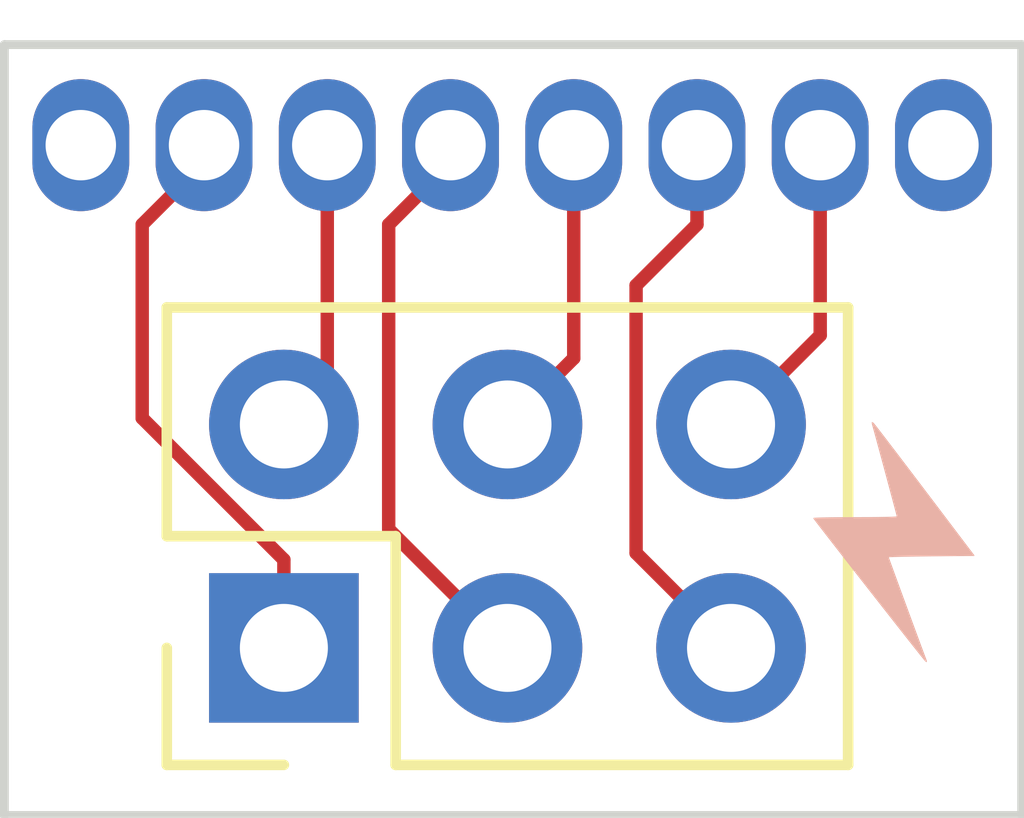
<source format=kicad_pcb>
(kicad_pcb (version 4) (host pcbnew 4.0.5+dfsg1-4)

  (general
    (links 0)
    (no_connects 0)
    (area 144.729999 116.789999 156.387001 125.653001)
    (thickness 1.6)
    (drawings 4)
    (tracks 19)
    (zones 0)
    (modules 3)
    (nets 7)
  )

  (page A4)
  (layers
    (0 F.Cu signal)
    (31 B.Cu signal)
    (32 B.Adhes user)
    (33 F.Adhes user)
    (34 B.Paste user)
    (35 F.Paste user)
    (36 B.SilkS user)
    (37 F.SilkS user)
    (38 B.Mask user)
    (39 F.Mask user)
    (40 Dwgs.User user)
    (41 Cmts.User user)
    (42 Eco1.User user)
    (43 Eco2.User user)
    (44 Edge.Cuts user)
    (45 Margin user)
    (46 B.CrtYd user)
    (47 F.CrtYd user)
    (48 B.Fab user hide)
    (49 F.Fab user hide)
  )

  (setup
    (last_trace_width 0.1524)
    (user_trace_width 0.3048)
    (user_trace_width 0.6096)
    (trace_clearance 0.1524)
    (zone_clearance 0.1524)
    (zone_45_only no)
    (trace_min 0.0127)
    (segment_width 0.1)
    (edge_width 0.1)
    (via_size 0.6)
    (via_drill 0.4)
    (via_min_size 0.4)
    (via_min_drill 0.3)
    (uvia_size 0.3)
    (uvia_drill 0.1)
    (uvias_allowed no)
    (uvia_min_size 0)
    (uvia_min_drill 0)
    (pcb_text_width 0.3)
    (pcb_text_size 1.5 1.5)
    (mod_edge_width 0.15)
    (mod_text_size 1 1)
    (mod_text_width 0.15)
    (pad_size 0.6 0.6)
    (pad_drill 0.4)
    (pad_to_mask_clearance 0)
    (aux_axis_origin 0 0)
    (visible_elements FFFCFFFF)
    (pcbplotparams
      (layerselection 0x310fc_80000001)
      (usegerberextensions true)
      (excludeedgelayer true)
      (linewidth 0.100000)
      (plotframeref false)
      (viasonmask false)
      (mode 1)
      (useauxorigin false)
      (hpglpennumber 1)
      (hpglpenspeed 20)
      (hpglpendiameter 15)
      (hpglpenoverlay 2)
      (psnegative false)
      (psa4output false)
      (plotreference true)
      (plotvalue true)
      (plotinvisibletext false)
      (padsonsilk false)
      (subtractmaskfromsilk false)
      (outputformat 1)
      (mirror false)
      (drillshape 0)
      (scaleselection 1)
      (outputdirectory GERBER))
  )

  (net 0 "")
  (net 1 GND)
  (net 2 VCC)
  (net 3 RST)
  (net 4 MISO)
  (net 5 MOSI)
  (net 6 SCK)

  (net_class Default "This is the default net class."
    (clearance 0.1524)
    (trace_width 0.1524)
    (via_dia 0.6)
    (via_drill 0.4)
    (uvia_dia 0.3)
    (uvia_drill 0.1)
    (add_net GND)
    (add_net MISO)
    (add_net MOSI)
    (add_net RST)
    (add_net SCK)
    (add_net VCC)
  )

  (module MOD:LINEAR_ICSP_POGO (layer F.Cu) (tedit 5B0AE80E) (tstamp 5B0AE811)
    (at 150.548 116.583)
    (path /5B0AE9B1)
    (fp_text reference P1 (at 0.2 -0.1) (layer F.SilkS) hide
      (effects (font (size 1 1) (thickness 0.15)))
    )
    (fp_text value ICSP (at 0 -0.5) (layer F.Fab)
      (effects (font (size 1 1) (thickness 0.15)))
    )
    (pad 1 thru_hole oval (at -3.5 1.4) (size 1.1 1.5) (drill 0.8) (layers *.Cu *.Mask)
      (net 4 MISO))
    (pad 2 thru_hole oval (at -2.1 1.4) (size 1.1 1.5) (drill 0.8) (layers *.Cu *.Mask)
      (net 2 VCC))
    (pad 3 thru_hole oval (at -0.7 1.4) (size 1.1 1.5) (drill 0.8) (layers *.Cu *.Mask)
      (net 6 SCK))
    (pad 4 thru_hole oval (at 0.7 1.4) (size 1.1 1.5) (drill 0.8) (layers *.Cu *.Mask)
      (net 5 MOSI))
    (pad 6 thru_hole oval (at 3.5 1.4) (size 1.1 1.5) (drill 0.8) (layers *.Cu *.Mask)
      (net 1 GND))
    (pad 5 thru_hole oval (at 2.1 1.4) (size 1.1 1.5) (drill 0.8) (layers *.Cu *.Mask)
      (net 3 RST))
    (pad NC1 thru_hole oval (at -4.9 1.4) (size 1.1 1.5) (drill 0.8) (layers *.Cu *.Mask))
    (pad NC2 thru_hole oval (at 4.9 1.4) (size 1.1 1.5) (drill 0.8) (layers *.Cu *.Mask))
  )

  (module Pin_Headers:Pin_Header_Straight_2x03_Pitch2.54mm (layer F.Cu) (tedit 5B0AE812) (tstamp 5B0AE82D)
    (at 147.955 123.698 90)
    (descr "Through hole straight pin header, 2x03, 2.54mm pitch, double rows")
    (tags "Through hole pin header THT 2x03 2.54mm double row")
    (path /5A7FB803)
    (fp_text reference P2 (at 1.27 -2.33 90) (layer F.SilkS) hide
      (effects (font (size 1 1) (thickness 0.15)))
    )
    (fp_text value ICSP (at 1.27 7.41 90) (layer F.Fab)
      (effects (font (size 1 1) (thickness 0.15)))
    )
    (fp_line (start 0 -1.27) (end 3.81 -1.27) (layer F.Fab) (width 0.1))
    (fp_line (start 3.81 -1.27) (end 3.81 6.35) (layer F.Fab) (width 0.1))
    (fp_line (start 3.81 6.35) (end -1.27 6.35) (layer F.Fab) (width 0.1))
    (fp_line (start -1.27 6.35) (end -1.27 0) (layer F.Fab) (width 0.1))
    (fp_line (start -1.27 0) (end 0 -1.27) (layer F.Fab) (width 0.1))
    (fp_line (start -1.33 6.41) (end 3.87 6.41) (layer F.SilkS) (width 0.12))
    (fp_line (start -1.33 1.27) (end -1.33 6.41) (layer F.SilkS) (width 0.12))
    (fp_line (start 3.87 -1.33) (end 3.87 6.41) (layer F.SilkS) (width 0.12))
    (fp_line (start -1.33 1.27) (end 1.27 1.27) (layer F.SilkS) (width 0.12))
    (fp_line (start 1.27 1.27) (end 1.27 -1.33) (layer F.SilkS) (width 0.12))
    (fp_line (start 1.27 -1.33) (end 3.87 -1.33) (layer F.SilkS) (width 0.12))
    (fp_line (start -1.33 0) (end -1.33 -1.33) (layer F.SilkS) (width 0.12))
    (fp_line (start -1.33 -1.33) (end 0 -1.33) (layer F.SilkS) (width 0.12))
    (fp_line (start -1.8 -1.8) (end -1.8 6.85) (layer F.CrtYd) (width 0.05))
    (fp_line (start -1.8 6.85) (end 4.35 6.85) (layer F.CrtYd) (width 0.05))
    (fp_line (start 4.35 6.85) (end 4.35 -1.8) (layer F.CrtYd) (width 0.05))
    (fp_line (start 4.35 -1.8) (end -1.8 -1.8) (layer F.CrtYd) (width 0.05))
    (fp_text user %R (at 1.27 2.54 180) (layer F.Fab)
      (effects (font (size 1 1) (thickness 0.15)))
    )
    (pad 1 thru_hole rect (at 0 0 90) (size 1.7 1.7) (drill 1) (layers *.Cu *.Mask)
      (net 4 MISO))
    (pad 2 thru_hole oval (at 2.54 0 90) (size 1.7 1.7) (drill 1) (layers *.Cu *.Mask)
      (net 2 VCC))
    (pad 3 thru_hole oval (at 0 2.54 90) (size 1.7 1.7) (drill 1) (layers *.Cu *.Mask)
      (net 6 SCK))
    (pad 4 thru_hole oval (at 2.54 2.54 90) (size 1.7 1.7) (drill 1) (layers *.Cu *.Mask)
      (net 5 MOSI))
    (pad 5 thru_hole oval (at 0 5.08 90) (size 1.7 1.7) (drill 1) (layers *.Cu *.Mask)
      (net 3 RST))
    (pad 6 thru_hole oval (at 2.54 5.08 90) (size 1.7 1.7) (drill 1) (layers *.Cu *.Mask)
      (net 1 GND))
    (model ${KISYS3DMOD}/Pin_Headers.3dshapes/Pin_Header_Straight_2x03_Pitch2.54mm.wrl
      (at (xyz 0 0 0))
      (scale (xyz 1 1 1))
      (rotate (xyz 0 0 0))
    )
  )

  (module MOD:lightning (layer B.Cu) (tedit 0) (tstamp 5B0AED1C)
    (at 154.94 122.555)
    (fp_text reference G*** (at 0 0) (layer B.SilkS) hide
      (effects (font (thickness 0.3)) (justify mirror))
    )
    (fp_text value LOGO (at 0.75 0) (layer B.SilkS) hide
      (effects (font (thickness 0.3)) (justify mirror))
    )
    (fp_poly (pts (xy 0.314354 1.28972) (xy 0.304217 1.261534) (xy 0.287787 1.218017) (xy 0.262911 1.15128)
      (xy 0.231172 1.065639) (xy 0.194152 0.965409) (xy 0.153436 0.854904) (xy 0.110605 0.738441)
      (xy 0.067244 0.620333) (xy 0.024936 0.504897) (xy -0.014736 0.396447) (xy -0.050189 0.299299)
      (xy -0.079839 0.217767) (xy -0.102104 0.156168) (xy -0.1154 0.118815) (xy -0.118533 0.109316)
      (xy -0.102305 0.107325) (xy -0.056437 0.105235) (xy 0.014844 0.103147) (xy 0.10731 0.101162)
      (xy 0.216736 0.099383) (xy 0.338895 0.09791) (xy 0.368591 0.097623) (xy 0.855716 0.093133)
      (xy 0.294305 -0.649173) (xy 0.188629 -0.788761) (xy 0.088696 -0.920499) (xy -0.003562 -1.041856)
      (xy -0.086213 -1.150304) (xy -0.157324 -1.243314) (xy -0.214964 -1.318356) (xy -0.2572 -1.372901)
      (xy -0.2821 -1.40442) (xy -0.287856 -1.411173) (xy -0.30193 -1.419999) (xy -0.299939 -1.401084)
      (xy -0.298786 -1.397) (xy -0.288287 -1.359649) (xy -0.271246 -1.297666) (xy -0.248936 -1.2158)
      (xy -0.222636 -1.118801) (xy -0.193622 -1.011418) (xy -0.163169 -0.8984) (xy -0.132555 -0.784498)
      (xy -0.103056 -0.674459) (xy -0.075947 -0.573034) (xy -0.052507 -0.484973) (xy -0.03401 -0.415023)
      (xy -0.021734 -0.367936) (xy -0.016954 -0.34846) (xy -0.016934 -0.348256) (xy -0.033153 -0.345773)
      (xy -0.078954 -0.343529) (xy -0.150053 -0.34161) (xy -0.242165 -0.340104) (xy -0.351007 -0.339096)
      (xy -0.472294 -0.338674) (xy -0.491067 -0.338666) (xy -0.613834 -0.338377) (xy -0.72479 -0.33756)
      (xy -0.819653 -0.336292) (xy -0.894136 -0.334649) (xy -0.943957 -0.332707) (xy -0.964831 -0.330544)
      (xy -0.9652 -0.330209) (xy -0.955097 -0.315927) (xy -0.926253 -0.27784) (xy -0.880867 -0.218757)
      (xy -0.821139 -0.141491) (xy -0.749266 -0.048852) (xy -0.667449 0.056347) (xy -0.577885 0.171296)
      (xy -0.482774 0.293183) (xy -0.384315 0.419197) (xy -0.284706 0.546527) (xy -0.186147 0.672361)
      (xy -0.090836 0.793888) (xy -0.000972 0.908298) (xy 0.081246 1.012777) (xy 0.153618 1.104516)
      (xy 0.213947 1.180702) (xy 0.260033 1.238525) (xy 0.289678 1.275174) (xy 0.299666 1.286933)
      (xy 0.31437 1.300123) (xy 0.314354 1.28972)) (layer B.SilkS) (width 0.01))
  )

  (gr_line (start 156.337 125.603) (end 156.337 116.84) (layer Edge.Cuts) (width 0.1))
  (gr_line (start 144.78 125.603) (end 156.337 125.603) (layer Edge.Cuts) (width 0.1))
  (gr_line (start 144.78 116.84) (end 144.78 125.603) (layer Edge.Cuts) (width 0.1))
  (gr_line (start 156.337 116.84) (end 144.78 116.84) (layer Edge.Cuts) (width 0.1))

  (segment (start 153.035 121.158) (end 154.048 120.145) (width 0.1524) (layer F.Cu) (net 1))
  (segment (start 154.048 120.145) (end 154.048 117.983) (width 0.1524) (layer F.Cu) (net 1))
  (segment (start 148.448 117.983) (end 148.448 120.665) (width 0.1524) (layer F.Cu) (net 2))
  (segment (start 148.448 120.665) (end 147.955 121.158) (width 0.1524) (layer F.Cu) (net 2))
  (segment (start 153.035 123.698) (end 151.956399 122.619399) (width 0.1524) (layer F.Cu) (net 3))
  (segment (start 151.956399 122.619399) (end 151.956399 119.577001) (width 0.1524) (layer F.Cu) (net 3))
  (segment (start 151.956399 119.577001) (end 152.648 118.8854) (width 0.1524) (layer F.Cu) (net 3))
  (segment (start 152.648 118.8854) (end 152.648 117.983) (width 0.1524) (layer F.Cu) (net 3))
  (segment (start 147.955 123.698) (end 147.955 122.6956) (width 0.1524) (layer F.Cu) (net 4))
  (segment (start 147.955 122.6956) (end 146.3456 121.0862) (width 0.1524) (layer F.Cu) (net 4))
  (segment (start 146.3456 121.0862) (end 146.3456 118.8854) (width 0.1524) (layer F.Cu) (net 4))
  (segment (start 146.3456 118.8854) (end 147.048 118.183) (width 0.1524) (layer F.Cu) (net 4))
  (segment (start 147.048 118.183) (end 147.048 117.983) (width 0.1524) (layer F.Cu) (net 4))
  (segment (start 151.248 117.983) (end 151.248 120.405) (width 0.1524) (layer F.Cu) (net 5))
  (segment (start 151.248 120.405) (end 150.495 121.158) (width 0.1524) (layer F.Cu) (net 5))
  (segment (start 150.495 123.698) (end 149.1456 122.3486) (width 0.1524) (layer F.Cu) (net 6))
  (segment (start 149.1456 122.3486) (end 149.1456 118.8854) (width 0.1524) (layer F.Cu) (net 6))
  (segment (start 149.1456 118.8854) (end 149.848 118.183) (width 0.1524) (layer F.Cu) (net 6))
  (segment (start 149.848 118.183) (end 149.848 117.983) (width 0.1524) (layer F.Cu) (net 6))

)

</source>
